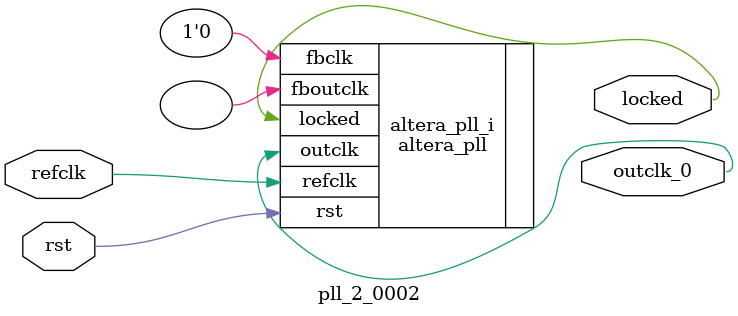
<source format=v>

`timescale 1ns/10ps
module  pll_2_0002(

	// interface 'refclk'
	input wire refclk,

	// interface 'reset'
	input wire rst,

	// interface 'outclk0'
	output wire outclk_0,

	// interface 'locked'
	output wire locked
);

	altera_pll #(
		.fractional_vco_multiplier("false"),
		.reference_clock_frequency("50.0 MHz"),
		.operation_mode("direct"),
		.number_of_clocks(1),
		.output_clock_frequency0("23.001949 MHz"),
		.phase_shift0("0 ps"),
		.duty_cycle0(50),
		.output_clock_frequency1("0 MHz"),
		.phase_shift1("0 ps"),
		.duty_cycle1(50),
		.output_clock_frequency2("0 MHz"),
		.phase_shift2("0 ps"),
		.duty_cycle2(50),
		.output_clock_frequency3("0 MHz"),
		.phase_shift3("0 ps"),
		.duty_cycle3(50),
		.output_clock_frequency4("0 MHz"),
		.phase_shift4("0 ps"),
		.duty_cycle4(50),
		.output_clock_frequency5("0 MHz"),
		.phase_shift5("0 ps"),
		.duty_cycle5(50),
		.output_clock_frequency6("0 MHz"),
		.phase_shift6("0 ps"),
		.duty_cycle6(50),
		.output_clock_frequency7("0 MHz"),
		.phase_shift7("0 ps"),
		.duty_cycle7(50),
		.output_clock_frequency8("0 MHz"),
		.phase_shift8("0 ps"),
		.duty_cycle8(50),
		.output_clock_frequency9("0 MHz"),
		.phase_shift9("0 ps"),
		.duty_cycle9(50),
		.output_clock_frequency10("0 MHz"),
		.phase_shift10("0 ps"),
		.duty_cycle10(50),
		.output_clock_frequency11("0 MHz"),
		.phase_shift11("0 ps"),
		.duty_cycle11(50),
		.output_clock_frequency12("0 MHz"),
		.phase_shift12("0 ps"),
		.duty_cycle12(50),
		.output_clock_frequency13("0 MHz"),
		.phase_shift13("0 ps"),
		.duty_cycle13(50),
		.output_clock_frequency14("0 MHz"),
		.phase_shift14("0 ps"),
		.duty_cycle14(50),
		.output_clock_frequency15("0 MHz"),
		.phase_shift15("0 ps"),
		.duty_cycle15(50),
		.output_clock_frequency16("0 MHz"),
		.phase_shift16("0 ps"),
		.duty_cycle16(50),
		.output_clock_frequency17("0 MHz"),
		.phase_shift17("0 ps"),
		.duty_cycle17(50),
		.pll_type("General"),
		.pll_subtype("General")
	) altera_pll_i (
		.rst	(rst),
		.outclk	({outclk_0}),
		.locked	(locked),
		.fboutclk	( ),
		.fbclk	(1'b0),
		.refclk	(refclk)
	);
endmodule


</source>
